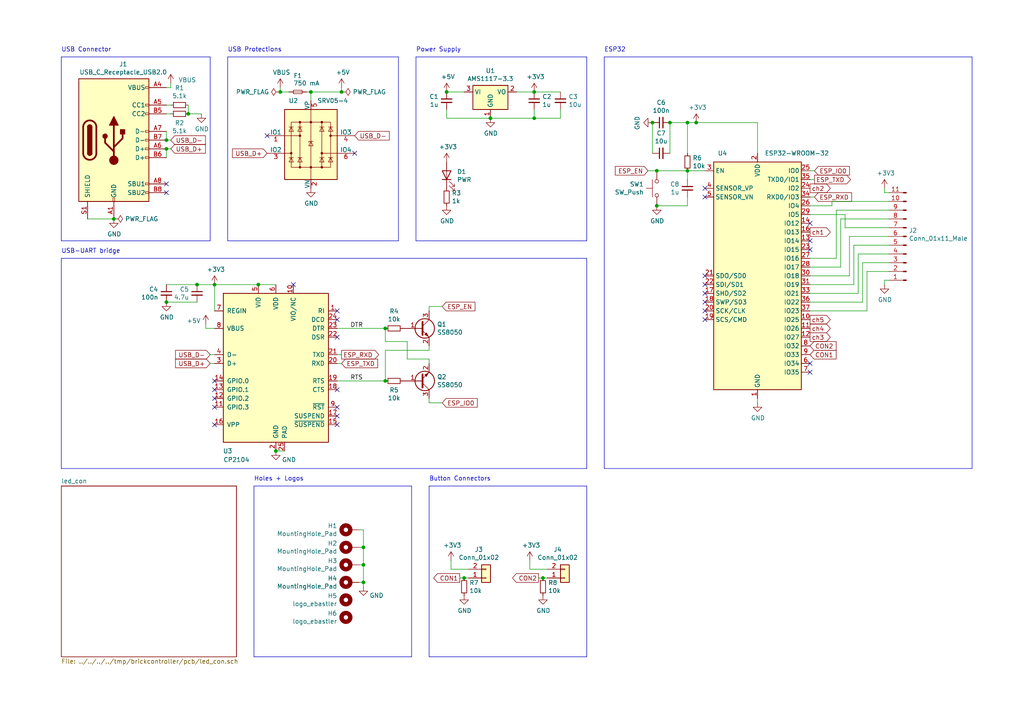
<source format=kicad_sch>
(kicad_sch (version 20230121) (generator eeschema)
  (paper "A4")
  (lib_symbols
    (symbol "Connector:USB_C_Receptacle_USB2.0" (pin_names (offset 1.016))
      (property "Reference" "J" (at -10.16 19.05 0))
      (property "Value" "USB_C_Receptacle_USB2.0" (at 19.05 19.05 0))
      (symbol "USB_C_Receptacle_USB2.0_0_0"
        (rectangle (start -0.254 -17.78) (end 0.254 -16.764))
        (rectangle (start 10.16 -14.986) (end 9.144 -15.494))
        (rectangle (start 10.16 -12.446) (end 9.144 -12.954))
        (rectangle (start 10.16 -4.826) (end 9.144 -5.334))
        (rectangle (start 10.16 -2.286) (end 9.144 -2.794))
        (rectangle (start 10.16 0.254) (end 9.144 -0.254))
        (rectangle (start 10.16 2.794) (end 9.144 2.286))
        (rectangle (start 10.16 7.874) (end 9.144 7.366))
        (rectangle (start 10.16 10.414) (end 9.144 9.906))
        (rectangle (start 10.16 15.494) (end 9.144 14.986))
      )
      (symbol "USB_C_Receptacle_USB2.0_0_1"
        (rectangle (start -10.16 17.78) (end 10.16 -17.78) (stroke (width 0.254)) (fill (type background)))
        (arc (start -8.89 -3.81) (mid -6.985 -5.7067) (end -5.08 -3.81) (stroke (width 0.508)))
        (arc (start -7.62 -3.81) (mid -6.985 -4.4423) (end -6.35 -3.81) (stroke (width 0.254)))
        (arc (start -7.62 -3.81) (mid -6.985 -4.4423) (end -6.35 -3.81) (stroke (width 0.254)) (fill (type outline)))
        (rectangle (start -7.62 -3.81) (end -6.35 3.81) (stroke (width 0.254)) (fill (type outline)))
        (arc (start -6.35 3.81) (mid -6.985 4.4423) (end -7.62 3.81) (stroke (width 0.254)))
        (arc (start -6.35 3.81) (mid -6.985 4.4423) (end -7.62 3.81) (stroke (width 0.254)) (fill (type outline)))
        (arc (start -5.08 3.81) (mid -6.985 5.7067) (end -8.89 3.81) (stroke (width 0.508)))
        (circle (center -2.54 1.143) (radius 0.635) (stroke (width 0.254)) (fill (type outline)))
        (circle (center 0 -5.842) (radius 1.27) (fill (type outline)))
        (polyline (pts (xy -8.89 -3.81) (xy -8.89 3.81)) (stroke (width 0.508)))
        (polyline (pts (xy -5.08 3.81) (xy -5.08 -3.81)) (stroke (width 0.508)))
        (polyline (pts (xy 0 -5.842) (xy 0 4.318)) (stroke (width 0.508)))
        (polyline (pts (xy 0 -3.302) (xy -2.54 -0.762) (xy -2.54 0.508)) (stroke (width 0.508)))
        (polyline (pts (xy 0 -2.032) (xy 2.54 0.508) (xy 2.54 1.778)) (stroke (width 0.508)))
        (polyline (pts (xy -1.27 4.318) (xy 0 6.858) (xy 1.27 4.318) (xy -1.27 4.318)) (stroke (width 0.254)) (fill (type outline)))
        (rectangle (start 1.905 1.778) (end 3.175 3.048) (stroke (width 0.254)) (fill (type outline)))
      )
      (symbol "USB_C_Receptacle_USB2.0_1_1"
        (pin passive line (at 0 -22.86 90) (length 5.08) (name "GND") (number "A1"))
        (pin passive line (at 0 -22.86 90) (length 5.08) hide (name "GND") (number "A12"))
        (pin passive line (at 15.24 15.24 180) (length 5.08) (name "VBUS") (number "A4"))
        (pin bidirectional line (at 15.24 10.16 180) (length 5.08) (name "CC1") (number "A5"))
        (pin bidirectional line (at 15.24 -2.54 180) (length 5.08) (name "D+") (number "A6"))
        (pin bidirectional line (at 15.24 2.54 180) (length 5.08) (name "D-") (number "A7"))
        (pin bidirectional line (at 15.24 -12.7 180) (length 5.08) (name "SBU1") (number "A8"))
        (pin passive line (at 15.24 15.24 180) (length 5.08) hide (name "VBUS") (number "A9"))
        (pin passive line (at 0 -22.86 90) (length 5.08) hide (name "GND") (number "B1"))
        (pin passive line (at 0 -22.86 90) (length 5.08) hide (name "GND") (number "B12"))
        (pin passive line (at 15.24 15.24 180) (length 5.08) hide (name "VBUS") (number "B4"))
        (pin bidirectional line (at 15.24 7.62 180) (length 5.08) (name "CC2") (number "B5"))
        (pin bidirectional line (at 15.24 -5.08 180) (length 5.08) (name "D+") (number "B6"))
        (pin bidirectional line (at 15.24 0 180) (length 5.08) (name "D-") (number "B7"))
        (pin bidirectional line (at 15.24 -15.24 180) (length 5.08) (name "SBU2") (number "B8"))
        (pin passive line (at 15.24 15.24 180) (length 5.08) hide (name "VBUS") (number "B9"))
        (pin passive line (at -7.62 -22.86 90) (length 5.08) (name "SHIELD") (number "S1"))
      )
    )
    (symbol "Connector_Generic:Conn_01x02" (pin_names (offset 1.016) hide)
      (property "Reference" "J" (at 0 2.54 0))
      (property "Value" "Conn_01x02" (at 0 -5.08 0))
      (symbol "Conn_01x02_1_1"
        (rectangle (start -1.27 -2.413) (end 0 -2.667) (stroke (width 0.1524)))
        (rectangle (start -1.27 0.127) (end 0 -0.127) (stroke (width 0.1524)))
        (rectangle (start -1.27 1.27) (end 1.27 -3.81) (stroke (width 0.254)) (fill (type background)))
        (pin passive line (at -5.08 0 0) (length 3.81) (name "Pin_1") (number "1"))
        (pin passive line (at -5.08 -2.54 0) (length 3.81) (name "Pin_2") (number "2"))
      )
    )
    (symbol "Device:C_Small" (pin_numbers hide) (pin_names (offset 0.254) hide)
      (property "Reference" "C" (at 0.254 1.778 0))
      (property "Value" "C_Small" (at 0.254 -2.032 0))
      (symbol "C_Small_0_1"
        (polyline (pts (xy -1.524 -0.508) (xy 1.524 -0.508)) (stroke (width 0.3302)))
        (polyline (pts (xy -1.524 0.508) (xy 1.524 0.508)) (stroke (width 0.3048)))
      )
      (symbol "C_Small_1_1"
        (pin passive line (at 0 2.54 270) (length 2.032) (name "~") (number "1"))
        (pin passive line (at 0 -2.54 90) (length 2.032) (name "~") (number "2"))
      )
    )
    (symbol "Device:Fuse_Small" (pin_numbers hide) (pin_names (offset 0.254) hide)
      (property "Reference" "F" (at 0 -1.524 0))
      (property "Value" "Fuse_Small" (at 0 1.524 0))
      (symbol "Fuse_Small_0_1"
        (rectangle (start -1.27 0.508) (end 1.27 -0.508))
        (polyline (pts (xy -1.27 0) (xy 1.27 0)))
      )
      (symbol "Fuse_Small_1_1"
        (pin passive line (at -2.54 0 0) (length 1.27) (name "~") (number "1"))
        (pin passive line (at 2.54 0 180) (length 1.27) (name "~") (number "2"))
      )
    )
    (symbol "Device:LED" (pin_numbers hide) (pin_names (offset 1.016) hide)
      (property "Reference" "D" (at 0 2.54 0))
      (property "Value" "LED" (at 0 -2.54 0))
      (symbol "LED_0_1"
        (polyline (pts (xy -1.27 -1.27) (xy -1.27 1.27)) (stroke (width 0.254)))
        (polyline (pts (xy -1.27 0) (xy 1.27 0)))
        (polyline (pts (xy 1.27 -1.27) (xy 1.27 1.27) (xy -1.27 0) (xy 1.27 -1.27)) (stroke (width 0.254)))
        (polyline (pts (xy -3.048 -0.762) (xy -4.572 -2.286) (xy -3.81 -2.286) (xy -4.572 -2.286) (xy -4.572 -1.524)))
        (polyline (pts (xy -1.778 -0.762) (xy -3.302 -2.286) (xy -2.54 -2.286) (xy -3.302 -2.286) (xy -3.302 -1.524)))
      )
      (symbol "LED_1_1"
        (pin passive line (at -3.81 0 0) (length 2.54) (name "K") (number "1"))
        (pin passive line (at 3.81 0 180) (length 2.54) (name "A") (number "2"))
      )
    )
    (symbol "Device:Q_NPN_BEC" (pin_names (offset 0) hide)
      (property "Reference" "Q" (at 5.08 1.27 0))
      (property "Value" "Q_NPN_BEC" (at 5.08 -1.27 0))
      (symbol "Q_NPN_BEC_0_1"
        (polyline (pts (xy 0.635 0.635) (xy 2.54 2.54)))
        (polyline (pts (xy 0.635 -0.635) (xy 2.54 -2.54) (xy 2.54 -2.54)))
        (polyline (pts (xy 0.635 1.905) (xy 0.635 -1.905) (xy 0.635 -1.905)) (stroke (width 0.508)))
        (polyline (pts (xy 1.27 -1.778) (xy 1.778 -1.27) (xy 2.286 -2.286) (xy 1.27 -1.778) (xy 1.27 -1.778)) (fill (type outline)))
        (circle (center 1.27 0) (radius 2.8194) (stroke (width 0.254)))
      )
      (symbol "Q_NPN_BEC_1_1"
        (pin input line (at -5.08 0 0) (length 5.715) (name "B") (number "1"))
        (pin passive line (at 2.54 -5.08 90) (length 2.54) (name "E") (number "2"))
        (pin passive line (at 2.54 5.08 270) (length 2.54) (name "C") (number "3"))
      )
    )
    (symbol "Device:R_Small" (pin_numbers hide) (pin_names (offset 0.254) hide)
      (property "Reference" "R" (at 0.762 0.508 0))
      (property "Value" "R_Small" (at 0.762 -1.016 0))
      (symbol "R_Small_0_1"
        (rectangle (start -0.762 1.778) (end 0.762 -1.778) (stroke (width 0.2032)))
      )
      (symbol "R_Small_1_1"
        (pin passive line (at 0 2.54 270) (length 0.762) (name "~") (number "1"))
        (pin passive line (at 0 -2.54 90) (length 0.762) (name "~") (number "2"))
      )
    )
    (symbol "Mechanical:MountingHole" (pin_names (offset 1.016))
      (property "Reference" "H" (at 0 5.08 0))
      (property "Value" "MountingHole" (at 0 3.175 0))
      (symbol "MountingHole_0_1"
        (circle (center 0 0) (radius 1.27) (stroke (width 1.27)))
      )
    )
    (symbol "Mechanical:MountingHole_Pad" (pin_numbers hide) (pin_names (offset 1.016) hide)
      (property "Reference" "H" (at 0 6.35 0))
      (property "Value" "MountingHole_Pad" (at 0 4.445 0))
      (symbol "MountingHole_Pad_0_1"
        (circle (center 0 1.27) (radius 1.27) (stroke (width 1.27)))
      )
      (symbol "MountingHole_Pad_1_1"
        (pin input line (at 0 -2.54 90) (length 2.54) (name "1") (number "1"))
      )
    )
    (symbol "Power_Protection:SRV05-4" (pin_names (offset 0))
      (property "Reference" "U" (at -5.08 11.43 0))
      (property "Value" "SRV05-4" (at 2.54 11.43 0))
      (symbol "SRV05-4_0_0"
        (rectangle (start -5.715 6.477) (end 5.715 -6.604))
        (polyline (pts (xy -3.175 -6.604) (xy -3.175 6.477)))
        (polyline (pts (xy 3.175 6.477) (xy 3.175 -6.604)))
      )
      (symbol "SRV05-4_0_1"
        (rectangle (start -7.62 10.16) (end 7.62 -10.16) (stroke (width 0.254)) (fill (type background)))
        (circle (center -5.715 -2.54) (radius 0.2794) (fill (type outline)))
        (circle (center -3.175 -6.604) (radius 0.2794) (fill (type outline)))
        (circle (center -3.175 2.54) (radius 0.2794) (fill (type outline)))
        (circle (center -3.175 6.477) (radius 0.2794) (fill (type outline)))
        (circle (center 0 -6.604) (radius 0.2794) (fill (type outline)))
        (polyline (pts (xy -7.747 2.54) (xy -3.175 2.54)))
        (polyline (pts (xy -7.62 -2.54) (xy -5.715 -2.54)))
        (polyline (pts (xy -5.08 -3.81) (xy -6.35 -3.81)))
        (polyline (pts (xy -5.08 5.08) (xy -6.35 5.08)))
        (polyline (pts (xy -2.54 -3.81) (xy -3.81 -3.81)))
        (polyline (pts (xy -2.54 5.08) (xy -3.81 5.08)))
        (polyline (pts (xy 0 10.16) (xy 0 -10.16)))
        (polyline (pts (xy 3.81 -3.81) (xy 2.54 -3.81)))
        (polyline (pts (xy 3.81 5.08) (xy 2.54 5.08)))
        (polyline (pts (xy 6.35 -3.81) (xy 5.08 -3.81)))
        (polyline (pts (xy 6.35 5.08) (xy 5.08 5.08)))
        (polyline (pts (xy 7.62 -2.54) (xy 3.175 -2.54)))
        (polyline (pts (xy 7.62 2.54) (xy 5.715 2.54)))
        (polyline (pts (xy 0.635 0.889) (xy -0.635 0.889) (xy -0.635 0.635)))
        (polyline (pts (xy -5.08 -5.08) (xy -6.35 -5.08) (xy -5.715 -3.81) (xy -5.08 -5.08)))
        (polyline (pts (xy -5.08 3.81) (xy -6.35 3.81) (xy -5.715 5.08) (xy -5.08 3.81)))
        (polyline (pts (xy -2.54 -5.08) (xy -3.81 -5.08) (xy -3.175 -3.81) (xy -2.54 -5.08)))
        (polyline (pts (xy -2.54 3.81) (xy -3.81 3.81) (xy -3.175 5.08) (xy -2.54 3.81)))
        (polyline (pts (xy 0.635 -0.381) (xy -0.635 -0.381) (xy 0 0.889) (xy 0.635 -0.381)))
        (polyline (pts (xy 3.81 -5.08) (xy 2.54 -5.08) (xy 3.175 -3.81) (xy 3.81 -5.08)))
        (polyline (pts (xy 3.81 3.81) (xy 2.54 3.81) (xy 3.175 5.08) (xy 3.81 3.81)))
        (polyline (pts (xy 6.35 -5.08) (xy 5.08 -5.08) (xy 5.715 -3.81) (xy 6.35 -5.08)))
        (polyline (pts (xy 6.35 3.81) (xy 5.08 3.81) (xy 5.715 5.08) (xy 6.35 3.81)))
        (circle (center 0 6.477) (radius 0.2794) (fill (type outline)))
        (circle (center 3.175 -6.604) (radius 0.2794) (fill (type outline)))
        (circle (center 3.175 -2.54) (radius 0.2794) (fill (type outline)))
        (circle (center 3.175 6.477) (radius 0.2794) (fill (type outline)))
        (circle (center 5.715 2.54) (radius 0.2794) (fill (type outline)))
      )
      (symbol "SRV05-4_1_1"
        (pin passive line (at -12.7 2.54 0) (length 5.08) (name "IO1") (number "1"))
        (pin passive line (at 0 -12.7 90) (length 2.54) (name "VN") (number "2"))
        (pin passive line (at -12.7 -2.54 0) (length 5.08) (name "IO2") (number "3"))
        (pin passive line (at 12.7 2.54 180) (length 5.08) (name "IO3") (number "4"))
        (pin passive line (at 0 12.7 270) (length 2.54) (name "VP") (number "5"))
        (pin passive line (at 12.7 -2.54 180) (length 5.08) (name "IO4") (number "6"))
      )
    )
    (symbol "RF_Module:ESP32-WROOM-32"
      (property "Reference" "U" (at -12.7 34.29 0))
      (property "Value" "ESP32-WROOM-32" (at 1.27 34.29 0))
      (symbol "ESP32-WROOM-32_0_1"
        (rectangle (start -12.7 33.02) (end 12.7 -33.02) (stroke (width 0.254)) (fill (type background)))
      )
      (symbol "ESP32-WROOM-32_1_1"
        (pin power_in line (at 0 -35.56 90) (length 2.54) (name "GND") (number "1"))
        (pin bidirectional line (at 15.24 -12.7 180) (length 2.54) (name "IO25") (number "10"))
        (pin bidirectional line (at 15.24 -15.24 180) (length 2.54) (name "IO26") (number "11"))
        (pin bidirectional line (at 15.24 -17.78 180) (length 2.54) (name "IO27") (number "12"))
        (pin bidirectional line (at 15.24 10.16 180) (length 2.54) (name "IO14") (number "13"))
        (pin bidirectional line (at 15.24 15.24 180) (length 2.54) (name "IO12") (number "14"))
        (pin passive line (at 0 -35.56 90) (length 2.54) hide (name "GND") (number "15"))
        (pin bidirectional line (at 15.24 12.7 180) (length 2.54) (name "IO13") (number "16"))
        (pin bidirectional line (at -15.24 -5.08 0) (length 2.54) (name "SHD/SD2") (number "17"))
        (pin bidirectional line (at -15.24 -7.62 0) (length 2.54) (name "SWP/SD3") (number "18"))
        (pin bidirectional line (at -15.24 -12.7 0) (length 2.54) (name "SCS/CMD") (number "19"))
        (pin power_in line (at 0 35.56 270) (length 2.54) (name "VDD") (number "2"))
        (pin bidirectional line (at -15.24 -10.16 0) (length 2.54) (name "SCK/CLK") (number "20"))
        (pin bidirectional line (at -15.24 0 0) (length 2.54) (name "SDO/SD0") (number "21"))
        (pin bidirectional line (at -15.24 -2.54 0) (length 2.54) (name "SDI/SD1") (number "22"))
        (pin bidirectional line (at 15.24 7.62 180) (length 2.54) (name "IO15") (number "23"))
        (pin bidirectional line (at 15.24 25.4 180) (length 2.54) (name "IO2") (number "24"))
        (pin bidirectional line (at 15.24 30.48 180) (length 2.54) (name "IO0") (number "25"))
        (pin bidirectional line (at 15.24 20.32 180) (length 2.54) (name "IO4") (number "26"))
        (pin bidirectional line (at 15.24 5.08 180) (length 2.54) (name "IO16") (number "27"))
        (pin bidirectional line (at 15.24 2.54 180) (length 2.54) (name "IO17") (number "28"))
        (pin bidirectional line (at 15.24 17.78 180) (length 2.54) (name "IO5") (number "29"))
        (pin input line (at -15.24 30.48 0) (length 2.54) (name "EN") (number "3"))
        (pin bidirectional line (at 15.24 0 180) (length 2.54) (name "IO18") (number "30"))
        (pin bidirectional line (at 15.24 -2.54 180) (length 2.54) (name "IO19") (number "31"))
        (pin no_connect line (at -12.7 -27.94 0) (length 2.54) hide (name "NC") (number "32"))
        (pin bidirectional line (at 15.24 -5.08 180) (length 2.54) (name "IO21") (number "33"))
        (pin bidirectional line (at 15.24 22.86 180) (length 2.54) (name "RXD0/IO3") (number "34"))
        (pin bidirectional line (at 15.24 27.94 180) (length 2.54) (name "TXD0/IO1") (number "35"))
        (pin bidirectional line (at 15.24 -7.62 180) (length 2.54) (name "IO22") (number "36"))
        (pin bidirectional line (at 15.24 -10.16 180) (length 2.54) (name "IO23") (number "37"))
        (pin passive line (at 0 -35.56 90) (length 2.54) hide (name "GND") (number "38"))
        (pin passive line (at 0 -35.56 90) (length 2.54) hide (name "GND") (number "39"))
        (pin input line (at -15.24 25.4 0) (length 2.54) (name "SENSOR_VP") (number "4"))
        (pin input line (at -15.24 22.86 0) (length 2.54) (name "SENSOR_VN") (number "5"))
        (pin input line (at 15.24 -25.4 180) (length 2.54) (name "IO34") (number "6"))
        (pin input line (at 15.24 -27.94 180) (length 2.54) (name "IO35") (number "7"))
        (pin bidirectional line (at 15.24 -20.32 180) (length 2.54) (name "IO32") (number "8"))
        (pin bidirectional line (at 15.24 -22.86 180) (length 2.54) (name "IO33") (number "9"))
      )
    )
    (symbol "Regulator_Linear:AMS1117-3.3"
      (property "Reference" "U" (at -3.81 3.175 0))
      (property "Value" "AMS1117-3.3" (at 0 3.175 0))
      (symbol "AMS1117-3.3_0_1"
        (rectangle (start -5.08 -5.08) (end 5.08 1.905) (stroke (width 0.254)) (fill (type background)))
      )
      (symbol "AMS1117-3.3_1_1"
        (pin power_in line (at 0 -7.62 90) (length 2.54) (name "GND") (number "1"))
        (pin power_out line (at 7.62 0 180) (length 2.54) (name "VO") (number "2"))
        (pin power_in line (at -7.62 0 0) (length 2.54) (name "VI") (number "3"))
      )
    )
    (symbol "Switch:SW_Push" (pin_numbers hide) (pin_names (offset 1.016) hide)
      (property "Reference" "SW" (at 1.27 2.54 0))
      (property "Value" "SW_Push" (at 0 -1.524 0))
      (symbol "SW_Push_0_1"
        (circle (center -2.032 0) (radius 0.508))
        (polyline (pts (xy 0 1.27) (xy 0 3.048)))
        (polyline (pts (xy 2.54 1.27) (xy -2.54 1.27)))
        (circle (center 2.032 0) (radius 0.508))
        (pin passive line (at -5.08 0 0) (length 2.54) (name "1") (number "1"))
        (pin passive line (at 5.08 0 180) (length 2.54) (name "2") (number "2"))
      )
    )
    (symbol "brickcontroller-rescue:+3.3V-power" (power) (pin_names (offset 0))
      (property "Value" "+3.3V-power" (at 0 3.556 0))
      (symbol "+3.3V-power_0_1"
        (polyline (pts (xy -0.762 1.27) (xy 0 2.54)))
        (polyline (pts (xy 0 0) (xy 0 2.54)))
        (polyline (pts (xy 0 2.54) (xy 0.762 1.27)))
      )
      (symbol "+3.3V-power_1_1"
        (pin power_in line (at 0 0 90) (length 0) hide (name "+3V3") (number "1"))
      )
    )
    (symbol "brickcontroller-rescue:CP2104-Interface_USB" (pin_names (offset 1.016))
      (property "Reference" "U" (at -7.62 23.495 0))
      (property "Value" "Interface_USB_CP2104" (at -7.62 21.59 0))
      (symbol "CP2104-Interface_USB_0_1"
        (rectangle (start -15.24 20.32) (end 15.24 -22.86) (stroke (width 0.254)) (fill (type background)))
      )
      (symbol "CP2104-Interface_USB_1_1"
        (pin input line (at 17.78 15.24 180) (length 2.54) (name "RI") (number "1"))
        (pin power_out line (at 5.08 22.86 270) (length 2.54) (name "VIO/NC") (number "10"))
        (pin bidirectional line (at -17.78 -12.7 0) (length 2.54) (name "GPIO.3") (number "11"))
        (pin bidirectional line (at -17.78 -10.16 0) (length 2.54) (name "GPIO.2") (number "12"))
        (pin bidirectional line (at -17.78 -7.62 0) (length 2.54) (name "GPIO.1") (number "13"))
        (pin bidirectional line (at -17.78 -5.08 0) (length 2.54) (name "GPIO.0") (number "14"))
        (pin output line (at 17.78 -17.78 180) (length 2.54) (name "~{SUSPEND}") (number "15"))
        (pin passive line (at -17.78 -17.78 0) (length 2.54) (name "VPP") (number "16"))
        (pin output line (at 17.78 -15.24 180) (length 2.54) (name "SUSPEND") (number "17"))
        (pin input line (at 17.78 -7.62 180) (length 2.54) (name "CTS") (number "18"))
        (pin output line (at 17.78 -5.08 180) (length 2.54) (name "RTS") (number "19"))
        (pin power_in line (at 0 -25.4 90) (length 2.54) (name "GND") (number "2"))
        (pin input line (at 17.78 0 180) (length 2.54) (name "RXD") (number "20"))
        (pin output line (at 17.78 2.54 180) (length 2.54) (name "TXD") (number "21"))
        (pin input line (at 17.78 7.62 180) (length 2.54) (name "DSR") (number "22"))
        (pin output line (at 17.78 10.16 180) (length 2.54) (name "DTR") (number "23"))
        (pin input line (at 17.78 12.7 180) (length 2.54) (name "DCD") (number "24"))
        (pin power_in line (at 2.54 -25.4 90) (length 2.54) (name "PAD") (number "25"))
        (pin bidirectional line (at -17.78 0 0) (length 2.54) (name "D+") (number "3"))
        (pin bidirectional line (at -17.78 2.54 0) (length 2.54) (name "D-") (number "4"))
        (pin power_in line (at -5.08 22.86 270) (length 2.54) (name "VIO") (number "5"))
        (pin power_in line (at 0 22.86 270) (length 2.54) (name "VDD") (number "6"))
        (pin power_in line (at -17.78 15.24 0) (length 2.54) (name "REGIN") (number "7"))
        (pin input line (at -17.78 10.16 0) (length 2.54) (name "VBUS") (number "8"))
        (pin bidirectional line (at 17.78 -12.7 180) (length 2.54) (name "~{RST}") (number "9"))
      )
    )
    (symbol "brickcontroller-rescue:Conn_01x11_Male-Connector" (pin_names (offset 1.016) hide)
      (property "Reference" "J" (at 0 15.24 0))
      (property "Value" "Connector_Conn_01x11_Male" (at 0 -15.24 0))
      (symbol "Conn_01x11_Male-Connector_1_1"
        (polyline (pts (xy 1.27 -12.7) (xy 0.8636 -12.7)) (stroke (width 0.1524)))
        (polyline (pts (xy 1.27 -10.16) (xy 0.8636 -10.16)) (stroke (width 0.1524)))
        (polyline (pts (xy 1.27 -7.62) (xy 0.8636 -7.62)) (stroke (width 0.1524)))
        (polyline (pts (xy 1.27 -5.08) (xy 0.8636 -5.08)) (stroke (width 0.1524)))
        (polyline (pts (xy 1.27 -2.54) (xy 0.8636 -2.54)) (stroke (width 0.1524)))
        (polyline (pts (xy 1.27 0) (xy 0.8636 0)) (stroke (width 0.1524)))
        (polyline (pts (xy 1.27 2.54) (xy 0.8636 2.54)) (stroke (width 0.1524)))
        (polyline (pts (xy 1.27 5.08) (xy 0.8636 5.08)) (stroke (width 0.1524)))
        (polyline (pts (xy 1.27 7.62) (xy 0.8636 7.62)) (stroke (width 0.1524)))
        (polyline (pts (xy 1.27 10.16) (xy 0.8636 10.16)) (stroke (width 0.1524)))
        (polyline (pts (xy 1.27 12.7) (xy 0.8636 12.7)) (stroke (width 0.1524)))
        (rectangle (start 0.8636 -12.573) (end 0 -12.827) (stroke (width 0.1524)) (fill (type outline)))
        (rectangle (start 0.8636 -10.033) (end 0 -10.287) (stroke (width 0.1524)) (fill (type outline)))
        (rectangle (start 0.8636 -7.493) (end 0 -7.747) (stroke (width 0.1524)) (fill (type outline)))
        (rectangle (start 0.8636 -4.953) (end 0 -5.207) (stroke (width 0.1524)) (fill (type outline)))
        (rectangle (start 0.8636 -2.413) (end 0 -2.667) (stroke (width 0.1524)) (fill (type outline)))
        (rectangle (start 0.8636 0.127) (end 0 -0.127) (stroke (width 0.1524)) (fill (type outline)))
        (rectangle (start 0.8636 2.667) (end 0 2.413) (stroke (width 0.1524)) (fill (type outline)))
        (rectangle (start 0.8636 5.207) (end 0 4.953) (stroke (width 0.1524)) (fill (type outline)))
        (rectangle (start 0.8636 7.747) (end 0 7.493) (stroke (width 0.1524)) (fill (type outline)))
        (rectangle (start 0.8636 10.287) (end 0 10.033) (stroke (width 0.1524)) (fill (type outline)))
        (rectangle (start 0.8636 12.827) (end 0 12.573) (stroke (width 0.1524)) (fill (type outline)))
        (pin passive line (at 5.08 12.7 180) (length 3.81) (name "Pin_1") (number "1"))
        (pin passive line (at 5.08 -10.16 180) (length 3.81) (name "Pin_10") (number "10"))
        (pin passive line (at 5.08 -12.7 180) (length 3.81) (name "Pin_11") (number "11"))
        (pin passive line (at 5.08 10.16 180) (length 3.81) (name "Pin_2") (number "2"))
        (pin passive line (at 5.08 7.62 180) (length 3.81) (name "Pin_3") (number "3"))
        (pin passive line (at 5.08 5.08 180) (length 3.81) (name "Pin_4") (number "4"))
        (pin passive line (at 5.08 2.54 180) (length 3.81) (name "Pin_5") (number "5"))
        (pin passive line (at 5.08 0 180) (length 3.81) (name "Pin_6") (number "6"))
        (pin passive line (at 5.08 -2.54 180) (length 3.81) (name "Pin_7") (number "7"))
        (pin passive line (at 5.08 -5.08 180) (length 3.81) (name "Pin_8") (number "8"))
        (pin passive line (at 5.08 -7.62 180) (length 3.81) (name "Pin_9") (number "9"))
      )
    )
    (symbol "power:+5V" (power) (pin_names (offset 0))
      (property "Value" "+5V" (at 0 3.556 0))
      (symbol "+5V_0_1"
        (polyline (pts (xy -0.762 1.27) (xy 0 2.54)))
        (polyline (pts (xy 0 0) (xy 0 2.54)))
        (polyline (pts (xy 0 2.54) (xy 0.762 1.27)))
      )
      (symbol "+5V_1_1"
        (pin power_in line (at 0 0 90) (length 0) hide (name "+5V") (number "1"))
      )
    )
    (symbol "power:GND" (power) (pin_names (offset 0))
      (property "Value" "GND" (at 0 -3.81 0))
      (symbol "GND_0_1"
        (polyline (pts (xy 0 0) (xy 0 -1.27) (xy 1.27 -1.27) (xy 0 -2.54) (xy -1.27 -1.27) (xy 0 -1.27)))
      )
      (symbol "GND_1_1"
        (pin power_in line (at 0 0 270) (length 0) hide (name "GND") (number "1"))
      )
    )
    (symbol "power:PWR_FLAG" (power) (pin_numbers hide) (pin_names (offset 0) hide)
      (property "Value" "PWR_FLAG" (at 0 3.81 0))
      (symbol "PWR_FLAG_0_0"
        (pin power_out line (at 0 0 90) (length 0) (name "pwr") (number "1"))
      )
      (symbol "PWR_FLAG_0_1"
        (polyline (pts (xy 0 0) (xy 0 1.27) (xy -1.016 1.905) (xy 0 2.54) (xy 1.016 1.905) (xy 0 1.27)))
      )
    )
    (symbol "power:VBUS" (power) (pin_names (offset 0))
      (property "Value" "VBUS" (at 0 3.81 0))
      (symbol "VBUS_0_1"
        (polyline (pts (xy -0.762 1.27) (xy 0 2.54)))
        (polyline (pts (xy 0 0) (xy 0 2.54)))
        (polyline (pts (xy 0 2.54) (xy 0.762 1.27)))
      )
      (symbol "VBUS_1_1"
        (pin power_in line (at 0 0 90) (length 0) hide (name "VBUS") (number "1"))
      )
    )
  )
  (junction (at 105.41 158.75))
  (junction (at 154.94 26.67))
  (junction (at 199.39 35.56))
  (junction (at 194.31 35.56))
  (junction (at 99.06 26.67))
  (junction (at 154.94 34.29))
  (junction (at 48.26 87.63))
  (junction (at 54.61 33.02))
  (junction (at 48.26 43.18))
  (junction (at 199.39 49.53))
  (junction (at 105.41 163.83))
  (junction (at 142.24 34.29))
  (junction (at 90.17 26.67))
  (junction (at 105.41 168.91))
  (junction (at 62.23 82.55))
  (junction (at 134.62 167.64))
  (junction (at 189.23 35.56))
  (junction (at 48.26 40.64))
  (junction (at 157.48 167.64))
  (junction (at 74.93 82.55))
  (junction (at 190.5 49.53))
  (junction (at 33.02 63.5))
  (junction (at 111.76 95.25))
  (junction (at 190.5 59.69))
  (junction (at 81.28 26.67))
  (junction (at 129.54 26.67))
  (junction (at 111.76 110.49))
  (junction (at 80.01 130.81))
  (junction (at 201.93 35.56))
  (junction (at 57.15 82.55))
  (no_connect (at 97.79 113.03))
  (no_connect (at 85.09 82.55))
  (no_connect (at 204.47 80.01))
  (no_connect (at 234.95 105.41))
  (no_connect (at 234.95 107.95))
  (no_connect (at 97.79 123.19))
  (no_connect (at 97.79 92.71))
  (no_connect (at 204.47 57.15))
  (no_connect (at 234.95 64.77))
  (no_connect (at 234.95 72.39))
  (no_connect (at 62.23 115.57))
  (no_connect (at 102.87 44.45))
  (no_connect (at 204.47 85.09))
  (no_connect (at 204.47 90.17))
  (no_connect (at 62.23 113.03))
  (no_connect (at 234.95 69.85))
  (no_connect (at 62.23 118.11))
  (no_connect (at 97.79 90.17))
  (no_connect (at 204.47 87.63))
  (no_connect (at 97.79 97.79))
  (no_connect (at 97.79 118.11))
  (no_connect (at 62.23 110.49))
  (no_connect (at 204.47 54.61))
  (no_connect (at 204.47 82.55))
  (no_connect (at 97.79 120.65))
  (no_connect (at 48.26 53.34))
  (no_connect (at 62.23 123.19))
  (no_connect (at 204.47 92.71))
  (no_connect (at 48.26 55.88))
  (no_connect (at 77.47 39.37))
  (wire (pts (xy 99.06 102.87) (xy 97.79 102.87)))
  (wire (pts (xy 234.95 85.09) (xy 248.92 85.09)))
  (wire (pts (xy 62.23 82.55) (xy 74.93 82.55)))
  (wire (pts (xy 234.95 74.93) (xy 242.57 74.93)))
  (wire (pts (xy 242.57 60.96) (xy 242.57 74.93)))
  (polyline (pts (xy 175.26 16.51) (xy 175.26 135.89)))
  (wire (pts (xy 236.22 57.15) (xy 234.95 57.15)))
  (polyline (pts (xy 170.18 140.97) (xy 170.18 190.5)))
  (polyline (pts (xy 66.04 16.51) (xy 115.57 16.51)))
  (wire (pts (xy 124.46 100.33) (xy 124.46 101.6)))
  (wire (pts (xy 124.46 90.17) (xy 124.46 88.9)))
  (wire (pts (xy 48.26 87.63) (xy 57.15 87.63)))
  (wire (pts (xy 104.14 158.75) (xy 105.41 158.75)))
  (wire (pts (xy 104.14 153.67) (xy 105.41 153.67)))
  (polyline (pts (xy 73.66 190.5) (xy 73.66 140.97)))
  (wire (pts (xy 201.93 35.56) (xy 199.39 35.56)))
  (polyline (pts (xy 119.38 140.97) (xy 119.38 190.5)))
  (wire (pts (xy 251.46 78.74) (xy 257.81 78.74)))
  (wire (pts (xy 199.39 59.69) (xy 190.5 59.69)))
  (wire (pts (xy 105.41 163.83) (xy 105.41 168.91)))
  (wire (pts (xy 105.41 168.91) (xy 104.14 168.91)))
  (polyline (pts (xy 17.78 135.89) (xy 170.18 135.89)))
  (wire (pts (xy 129.54 26.67) (xy 134.62 26.67)))
  (polyline (pts (xy 73.66 140.97) (xy 119.38 140.97)))
  (wire (pts (xy 49.53 43.18) (xy 48.26 43.18)))
  (wire (pts (xy 130.81 165.1) (xy 135.89 165.1)))
  (wire (pts (xy 49.53 25.4) (xy 48.26 25.4)))
  (wire (pts (xy 256.54 82.55) (xy 256.54 81.28)))
  (wire (pts (xy 199.39 57.15) (xy 199.39 59.69)))
  (wire (pts (xy 124.46 101.6) (xy 111.76 101.6)))
  (wire (pts (xy 241.3 58.42) (xy 257.81 58.42)))
  (wire (pts (xy 157.48 167.64) (xy 158.75 167.64)))
  (polyline (pts (xy 170.18 190.5) (xy 124.46 190.5)))
  (wire (pts (xy 62.23 105.41) (xy 60.96 105.41)))
  (wire (pts (xy 48.26 33.02) (xy 49.53 33.02)))
  (polyline (pts (xy 120.65 69.85) (xy 170.18 69.85)))
  (wire (pts (xy 133.35 167.64) (xy 134.62 167.64)))
  (wire (pts (xy 234.95 87.63) (xy 250.19 87.63)))
  (wire (pts (xy 234.95 82.55) (xy 247.65 82.55)))
  (wire (pts (xy 142.24 34.29) (xy 154.94 34.29)))
  (wire (pts (xy 246.38 80.01) (xy 246.38 68.58)))
  (wire (pts (xy 59.69 95.25) (xy 62.23 95.25)))
  (wire (pts (xy 243.84 63.5) (xy 257.81 63.5)))
  (wire (pts (xy 251.46 90.17) (xy 251.46 78.74)))
  (wire (pts (xy 250.19 76.2) (xy 257.81 76.2)))
  (polyline (pts (xy 17.78 16.51) (xy 17.78 69.85)))
  (wire (pts (xy 81.28 25.4) (xy 81.28 26.67)))
  (wire (pts (xy 245.11 62.23) (xy 245.11 66.04)))
  (wire (pts (xy 130.81 162.56) (xy 130.81 165.1)))
  (wire (pts (xy 104.14 163.83) (xy 105.41 163.83)))
  (wire (pts (xy 49.53 40.64) (xy 48.26 40.64)))
  (polyline (pts (xy 60.96 69.85) (xy 60.96 16.51)))
  (wire (pts (xy 246.38 68.58) (xy 257.81 68.58)))
  (wire (pts (xy 199.39 52.07) (xy 199.39 49.53)))
  (polyline (pts (xy 170.18 69.85) (xy 170.18 16.51)))
  (wire (pts (xy 128.27 116.84) (xy 124.46 116.84)))
  (wire (pts (xy 62.23 102.87) (xy 60.96 102.87)))
  (wire (pts (xy 129.54 34.29) (xy 142.24 34.29)))
  (wire (pts (xy 74.93 82.55) (xy 80.01 82.55)))
  (wire (pts (xy 189.23 44.45) (xy 189.23 35.56)))
  (polyline (pts (xy 120.65 16.51) (xy 120.65 69.85)))
  (wire (pts (xy 190.5 49.53) (xy 199.39 49.53)))
  (wire (pts (xy 118.11 99.06) (xy 111.76 99.06)))
  (wire (pts (xy 81.28 26.67) (xy 83.82 26.67)))
  (wire (pts (xy 243.84 63.5) (xy 243.84 77.47)))
  (wire (pts (xy 62.23 82.55) (xy 62.23 90.17)))
  (wire (pts (xy 248.92 73.66) (xy 257.81 73.66)))
  (wire (pts (xy 234.95 77.47) (xy 243.84 77.47)))
  (wire (pts (xy 90.17 26.67) (xy 88.9 26.67)))
  (wire (pts (xy 199.39 49.53) (xy 204.47 49.53)))
  (wire (pts (xy 105.41 153.67) (xy 105.41 158.75)))
  (wire (pts (xy 99.06 105.41) (xy 97.79 105.41)))
  (wire (pts (xy 242.57 60.96) (xy 257.81 60.96)))
  (wire (pts (xy 245.11 66.04) (xy 257.81 66.04)))
  (wire (pts (xy 187.96 49.53) (xy 190.5 49.53)))
  (wire (pts (xy 49.53 24.13) (xy 49.53 25.4)))
  (wire (pts (xy 236.22 52.07) (xy 234.95 52.07)))
  (polyline (pts (xy 281.94 16.51) (xy 281.94 135.89)))
  (polyline (pts (xy 66.04 16.51) (xy 66.04 69.85)))
  (wire (pts (xy 25.4 63.5) (xy 33.02 63.5)))
  (polyline (pts (xy 66.04 69.85) (xy 115.57 69.85)))
  (wire (pts (xy 219.71 116.84) (xy 219.71 115.57)))
  (wire (pts (xy 124.46 116.84) (xy 124.46 115.57)))
  (wire (pts (xy 256.54 55.88) (xy 256.54 54.61)))
  (wire (pts (xy 111.76 99.06) (xy 111.76 95.25)))
  (wire (pts (xy 199.39 44.45) (xy 199.39 35.56)))
  (wire (pts (xy 105.41 158.75) (xy 105.41 163.83)))
  (wire (pts (xy 97.79 110.49) (xy 111.76 110.49)))
  (wire (pts (xy 154.94 34.29) (xy 154.94 31.75)))
  (wire (pts (xy 48.26 82.55) (xy 57.15 82.55)))
  (wire (pts (xy 234.95 80.01) (xy 246.38 80.01)))
  (wire (pts (xy 219.71 35.56) (xy 201.93 35.56)))
  (wire (pts (xy 234.95 62.23) (xy 245.11 62.23)))
  (polyline (pts (xy 124.46 140.97) (xy 170.18 140.97)))
  (polyline (pts (xy 17.78 74.93) (xy 170.18 74.93)))
  (wire (pts (xy 48.26 43.18) (xy 48.26 45.72)))
  (wire (pts (xy 236.22 49.53) (xy 234.95 49.53)))
  (wire (pts (xy 247.65 71.12) (xy 257.81 71.12)))
  (wire (pts (xy 48.26 30.48) (xy 49.53 30.48)))
  (wire (pts (xy 105.41 170.18) (xy 105.41 168.91)))
  (wire (pts (xy 99.06 26.67) (xy 90.17 26.67)))
  (wire (pts (xy 54.61 33.02) (xy 54.61 30.48)))
  (wire (pts (xy 194.31 35.56) (xy 194.31 44.45)))
  (wire (pts (xy 247.65 82.55) (xy 247.65 71.12)))
  (wire (pts (xy 162.56 26.67) (xy 154.94 26.67)))
  (wire (pts (xy 124.46 104.14) (xy 118.11 104.14)))
  (wire (pts (xy 241.3 59.69) (xy 241.3 58.42)))
  (polyline (pts (xy 124.46 190.5) (xy 124.46 140.97)))
  (wire (pts (xy 111.76 101.6) (xy 111.76 110.49)))
  (polyline (pts (xy 119.38 190.5) (xy 73.66 190.5)))
  (wire (pts (xy 248.92 85.09) (xy 248.92 73.66)))
  (wire (pts (xy 219.71 44.45) (xy 219.71 35.56)))
  (polyline (pts (xy 115.57 69.85) (xy 115.57 16.51)))
  (wire (pts (xy 48.26 38.1) (xy 48.26 40.64)))
  (wire (pts (xy 250.19 87.63) (xy 250.19 76.2)))
  (wire (pts (xy 90.17 29.21) (xy 90.17 26.67)))
  (wire (pts (xy 199.39 35.56) (xy 194.31 35.56)))
  (polyline (pts (xy 120.65 16.51) (xy 170.18 16.51)))
  (wire (pts (xy 257.81 55.88) (xy 256.54 55.88)))
  (wire (pts (xy 162.56 31.75) (xy 162.56 34.29)))
  (wire (pts (xy 97.79 95.25) (xy 111.76 95.25)))
  (wire (pts (xy 234.95 59.69) (xy 241.3 59.69)))
  (wire (pts (xy 57.15 82.55) (xy 62.23 82.55)))
  (wire (pts (xy 124.46 105.41) (xy 124.46 104.14)))
  (polyline (pts (xy 170.18 74.93) (xy 170.18 135.89)))
  (polyline (pts (xy 175.26 16.51) (xy 281.94 16.51)))
  (wire (pts (xy 82.55 130.81) (xy 80.01 130.81)))
  (wire (pts (xy 162.56 34.29) (xy 154.94 34.29)))
  (wire (pts (xy 124.46 88.9) (xy 128.27 88.9)))
  (wire (pts (xy 129.54 31.75) (xy 129.54 34.29)))
  (wire (pts (xy 118.11 99.06) (xy 118.11 104.14)))
  (wire (pts (xy 234.95 90.17) (xy 251.46 90.17)))
  (polyline (pts (xy 17.78 135.89) (xy 17.78 74.93)))
  (wire (pts (xy 154.94 26.67) (xy 149.86 26.67)))
  (wire (pts (xy 153.67 165.1) (xy 158.75 165.1)))
  (wire (pts (xy 256.54 81.28) (xy 257.81 81.28)))
  (wire (pts (xy 99.06 25.4) (xy 99.06 26.67)))
  (wire (pts (xy 153.67 162.56) (xy 153.67 165.1)))
  (wire (pts (xy 156.21 167.64) (xy 157.48 167.64)))
  (wire (pts (xy 59.69 93.98) (xy 59.69 95.25)))
  (wire (pts (xy 58.42 33.02) (xy 54.61 33.02)))
  (polyline (pts (xy 60.96 16.51) (xy 17.78 16.51)))
  (wire (pts (xy 134.62 167.64) (xy 135.89 167.64)))
  (polyline (pts (xy 17.78 69.85) (xy 60.96 69.85)))
  (polyline (pts (xy 281.94 135.89) (xy 175.26 135.89)))
  (text "USB Connector" (at 17.78 15.24 0) (effects (font (size 1.27 1.27)) (justify left bottom)))
  (text "Power Supply" (at 120.65 15.24 0) (effects (font (size 1.27 1.27)) (justify left bottom)))
  (text "Button Connectors" (at 124.46 139.7 0) (effects (font (size 1.27 1.27)) (justify left bottom)))
  (text "USB Protections" (at 66.04 15.24 0) (effects (font (size 1.27 1.27)) (justify left bottom)))
  (text "USB-UART bridge" (at 17.78 73.66 0) (effects (font (size 1.27 1.27)) (justify left bottom)))
  (text "ESP32" (at 175.26 15.24 0) (effects (font (size 1.27 1.27)) (justify left bottom)))
  (text "Holes + Logos" (at 73.66 139.7 0) (effects (font (size 1.27 1.27)) (justify left bottom)))
  (label "RTS" (at 101.6 110.49 0))
  (label "DTR" (at 101.6 95.25 0))
  (global_label "ESP_RXD" (shape output) (at 99.06 102.87 0) (property "Intersheetrefs" "${INTERSHEET_REFS}" (effects hide)))
  (global_label "USB_D+" (shape input) (at 49.53 43.18 0) (property "Intersheetrefs" "${INTERSHEET_REFS}" (effects hide)))
  (global_label "USB_D+" (shape input) (at 77.47 44.45 180) (property "Intersheetrefs" "${INTERSHEET_REFS}" (effects hide)))
  (global_label "ESP_IO0" (shape input) (at 236.22 49.53 0) (property "Intersheetrefs" "${INTERSHEET_REFS}" (effects hide)))
  (global_label "ESP_TXD" (shape input) (at 99.06 105.41 0) (property "Intersheetrefs" "${INTERSHEET_REFS}" (effects hide)))
  (global_label "ch1" (shape output) (at 234.95 67.31 0) (property "Intersheetrefs" "${INTERSHEET_REFS}" (effects hide)))
  (global_label "ch5" (shape output) (at 234.95 92.71 0) (property "Intersheetrefs" "${INTERSHEET_REFS}" (effects hide)))
  (global_label "USB_D-" (shape input) (at 60.96 102.87 180) (property "Intersheetrefs" "${INTERSHEET_REFS}" (effects hide)))
  (global_label "ch2" (shape output) (at 234.95 54.61 0) (property "Intersheetrefs" "${INTERSHEET_REFS}" (effects hide)))
  (global_label "CON1" (shape input) (at 234.95 102.87 0) (property "Intersheetrefs" "${INTERSHEET_REFS}" (effects hide)))
  (global_label "ch4" (shape output) (at 234.95 95.25 0) (property "Intersheetrefs" "${INTERSHEET_REFS}" (effects hide)))
  (global_label "CON2" (shape input) (at 234.95 100.33 0) (property "Intersheetrefs" "${INTERSHEET_REFS}" (effects hide)))
  (global_label "ESP_RXD" (shape input) (at 236.22 57.15 0) (property "Intersheetrefs" "${INTERSHEET_REFS}" (effects hide)))
  (global_label "USB_D+" (shape input) (at 60.96 105.41 180) (property "Intersheetrefs" "${INTERSHEET_REFS}" (effects hide)))
  (global_label "USB_D-" (shape input) (at 102.87 39.37 0) (property "Intersheetrefs" "${INTERSHEET_REFS}" (effects hide)))
  (global_label "CON1" (shape output) (at 133.35 167.64 180) (property "Intersheetrefs" "${INTERSHEET_REFS}" (effects hide)))
  (global_label "CON2" (shape output) (at 156.21 167.64 180) (property "Intersheetrefs" "${INTERSHEET_REFS}" (effects hide)))
  (global_label "ESP_TXD" (shape output) (at 236.22 52.07 0) (property "Intersheetrefs" "${INTERSHEET_REFS}" (effects hide)))
  (global_label "ESP_EN" (shape input) (at 128.27 88.9 0) (property "Intersheetrefs" "${INTERSHEET_REFS}" (effects hide)))
  (global_label "USB_D-" (shape input) (at 49.53 40.64 0) (property "Intersheetrefs" "${INTERSHEET_REFS}" (effects hide)))
  (global_label "ESP_IO0" (shape input) (at 128.27 116.84 0) (property "Intersheetrefs" "${INTERSHEET_REFS}" (effects hide)))
  (global_label "ch3" (shape output) (at 234.95 97.79 0) (property "Intersheetrefs" "${INTERSHEET_REFS}" (effects hide)))
  (global_label "ESP_EN" (shape input) (at 187.96 49.53 180) (property "Intersheetrefs" "${INTERSHEET_REFS}" (effects hide)))
  (symbol (lib_id "Regulator_Linear:AMS1117-3.3") (at 142.24 26.67 0) (unit 1)
    (property "Reference" "U1" (at 142.24 20.5232 0))
    (property "Value" "AMS1117-3.3" (at 142.24 22.8346 0))
    (property "Footprint" "Package_TO_SOT_SMD:SOT-223-3_TabPin2" (effects hide))
    (property "Datasheet" "http://www.advanced-monolithic.com/pdf/ds1117.pdf" (effects hide))
    (property "LCSC" "C6186" (effects hide))
  )
  (symbol (lib_id "Device:C_Small") (at 129.54 29.21 0) (unit 1)
    (property "Reference" "C1" (at 127.2286 28.0416 0) (effects (justify right)))
    (property "Value" "1u" (at 127.2286 30.353 0) (effects (justify right)))
    (property "Footprint" "Capacitor_SMD:C_0603_1608Metric" (effects hide))
    (property "LCSC" "C15849" (effects hide))
  )
  (symbol (lib_id "Device:C_Small") (at 154.94 29.21 0) (unit 1)
    (property "Reference" "C2" (at 157.2768 28.0416 0) (effects (justify left)))
    (property "Value" "1u" (at 157.2768 30.353 0) (effects (justify left)))
    (property "Footprint" "Capacitor_SMD:C_0603_1608Metric" (effects hide))
    (property "LCSC" "C15849" (effects hide))
  )
  (symbol (lib_id "brickcontroller-rescue:+3.3V-power") (at 154.94 26.67 0) (unit 1)
    (property "Reference" "#PWR07" (effects hide))
    (property "Value" "+3.3V" (at 155.321 22.2758 0))
  )
  (symbol (lib_id "power:GND") (at 142.24 34.29 0) (unit 1)
    (property "Reference" "#PWR08" (effects hide))
    (property "Value" "GND" (at 142.367 38.6842 0))
  )
  (symbol (lib_id "RF_Module:ESP32-WROOM-32") (at 219.71 80.01 0) (unit 1)
    (property "Reference" "U4" (at 209.55 44.45 0))
    (property "Value" "ESP32-WROOM-32" (at 231.14 44.45 0))
    (property "Footprint" "RF_Module:ESP32-WROOM-32" (effects hide))
    (property "Datasheet" "https://www.espressif.com/sites/default/files/documentation/esp32-wroom-32_datasheet_en.pdf" (effects hide))
    (property "LCSC" "C82899" (effects hide))
  )
  (symbol (lib_id "Device:C_Small") (at 191.77 35.56 90) (unit 1)
    (property "Reference" "C6" (at 191.77 29.7434 90))
    (property "Value" "100n" (at 191.77 32.0548 90))
    (property "Footprint" "Capacitor_SMD:C_0603_1608Metric" (effects hide))
    (property "LCSC" "C14663" (effects hide))
  )
  (symbol (lib_id "Device:C_Small") (at 191.77 44.45 90) (unit 1)
    (property "Reference" "C7" (at 191.77 38.6334 90))
    (property "Value" "10u" (at 191.77 40.9448 90))
    (property "Footprint" "Capacitor_SMD:C_0603_1608Metric" (effects hide))
    (property "LCSC" "C19702" (effects hide))
  )
  (symbol (lib_id "Device:C_Small") (at 199.39 54.61 0) (unit 1)
    (property "Reference" "C8" (at 197.0532 53.4416 0) (effects (justify right)))
    (property "Value" "1u" (at 197.0532 55.753 0) (effects (justify right)))
    (property "Footprint" "Capacitor_SMD:C_0603_1608Metric" (effects hide))
    (property "LCSC" "C15849" (effects hide))
  )
  (symbol (lib_id "power:GND") (at 189.23 35.56 270) (unit 1)
    (property "Reference" "#PWR016" (effects hide))
    (property "Value" "GND" (at 184.8358 35.687 0))
  )
  (symbol (lib_id "Connector_Generic:Conn_01x02") (at 163.83 167.64 0) (mirror x) (unit 1)
    (property "Reference" "J4" (at 161.7472 159.385 0))
    (property "Value" "Conn_01x02" (at 161.7472 161.6964 0))
    (property "Footprint" "Connector_Molex:Molex_PicoBlade_53047-0210_1x02_P1.25mm_Vertical" (effects hide))
  )
  (symbol (lib_id "power:PWR_FLAG") (at 81.28 26.67 90) (unit 1)
    (property "Reference" "#FLG01" (effects hide))
    (property "Value" "PWR_FLAG" (at 78.0542 26.67 90) (effects (justify left)))
  )
  (symbol (lib_id "power:PWR_FLAG") (at 33.02 63.5 270) (unit 1)
    (property "Reference" "#FLG03" (effects hide))
    (property "Value" "PWR_FLAG" (at 36.2712 63.5 90) (effects (justify left)))
  )
  (symbol (lib_id "power:PWR_FLAG") (at 99.06 26.67 270) (unit 1)
    (property "Reference" "#FLG02" (effects hide))
    (property "Value" "PWR_FLAG" (at 102.3112 26.67 90) (effects (justify left)))
  )
  (symbol (lib_id "Device:C_Small") (at 162.56 29.21 0) (unit 1)
    (property "Reference" "C3" (at 164.8968 28.0416 0) (effects (justify left)))
    (property "Value" "10u" (at 164.8968 30.353 0) (effects (justify left)))
    (property "Footprint" "Capacitor_SMD:C_0603_1608Metric" (effects hide))
    (property "LCSC" "C19702" (effects hide))
  )
  (symbol (lib_id "Mechanical:MountingHole_Pad") (at 101.6 168.91 90) (unit 1)
    (property "Reference" "H4" (at 97.8154 167.7416 90) (effects (justify left)))
    (property "Value" "MountingHole_Pad" (at 97.8154 170.053 90) (effects (justify left)))
    (property "Footprint" "MountingHole:MountingHole_3.2mm_M3_Pad_Via" (effects hide))
  )
  (symbol (lib_id "power:GND") (at 105.41 170.18 0) (unit 1)
    (property "Reference" "#PWR010" (effects hide))
    (property "Value" "GND" (at 109.22 172.72 0))
  )
  (symbol (lib_id "Mechanical:MountingHole_Pad") (at 101.6 163.83 90) (unit 1)
    (property "Reference" "H3" (at 97.8154 162.6616 90) (effects (justify left)))
    (property "Value" "MountingHole_Pad" (at 97.8154 164.973 90) (effects (justify left)))
    (property "Footprint" "MountingHole:MountingHole_3.2mm_M3_Pad_Via" (effects hide))
  )
  (symbol (lib_id "Mechanical:MountingHole_Pad") (at 101.6 158.75 90) (unit 1)
    (property "Reference" "H2" (at 97.8154 157.5816 90) (effects (justify left)))
    (property "Value" "MountingHole_Pad" (at 97.8154 159.893 90) (effects (justify left)))
    (property "Footprint" "MountingHole:MountingHole_3.2mm_M3_Pad_Via" (effects hide))
  )
  (symbol (lib_id "Mechanical:MountingHole_Pad") (at 101.6 153.67 90) (unit 1)
    (property "Reference" "H1" (at 97.8154 152.5016 90) (effects (justify left)))
    (property "Value" "MountingHole_Pad" (at 97.8154 154.813 90) (effects (justify left)))
    (property "Footprint" "MountingHole:MountingHole_3.2mm_M3_Pad_Via" (effects hide))
  )
  (symbol (lib_id "brickcontroller-rescue:+3.3V-power") (at 201.93 35.56 0) (unit 1)
    (property "Reference" "#PWR017" (effects hide))
    (property "Value" "+3.3V" (at 202.311 31.1658 0))
  )
  (symbol (lib_id "power:GND") (at 219.71 116.84 0) (unit 1)
    (property "Reference" "#PWR022" (effects hide))
    (property "Value" "GND" (at 219.837 121.2342 0))
  )
  (symbol (lib_id "Connector_Generic:Conn_01x02") (at 140.97 167.64 0) (mirror x) (unit 1)
    (property "Reference" "J3" (at 138.8872 159.385 0))
    (property "Value" "Conn_01x02" (at 138.8872 161.6964 0))
    (property "Footprint" "Connector_Molex:Molex_PicoBlade_53047-0210_1x02_P1.25mm_Vertical" (effects hide))
  )
  (symbol (lib_id "Device:R_Small") (at 129.54 57.15 0) (unit 1)
    (property "Reference" "R3" (at 131.0386 55.9816 0) (effects (justify left)))
    (property "Value" "1k" (at 131.0386 58.293 0) (effects (justify left)))
    (property "Footprint" "Resistor_SMD:R_0603_1608Metric" (effects hide))
    (property "LCSC" "C21190" (effects hide))
  )
  (symbol (lib_id "Device:LED") (at 129.54 50.8 90) (unit 1)
    (property "Reference" "D1" (at 132.5372 49.8094 90) (effects (justify right)))
    (property "Value" "PWR" (at 132.5372 52.1208 90) (effects (justify right)))
    (property "Footprint" "LED_SMD:LED_0603_1608Metric" (effects hide))
    (property "LCSC" "C72038" (effects hide))
  )
  (symbol (lib_id "power:GND") (at 129.54 59.69 0) (unit 1)
    (property "Reference" "#PWR09" (effects hide))
    (property "Value" "GND" (at 129.667 64.0842 0))
  )
  (symbol (lib_id "brickcontroller-rescue:+3.3V-power") (at 129.54 46.99 0) (unit 1)
    (property "Reference" "#PWR04" (effects hide))
    (property "Value" "+3.3V" (at 129.921 42.5958 0))
  )
  (symbol (lib_id "Connector:USB_C_Receptacle_USB2.0") (at 33.02 40.64 0) (unit 1)
    (property "Reference" "J1" (at 35.7378 18.6182 0))
    (property "Value" "USB_C_Receptacle_USB2.0" (at 35.7378 20.9296 0))
    (property "Footprint" "Connector_USB:USB_C_Receptacle_HRO_TYPE-C-31-M-12" (effects hide))
    (property "Datasheet" "https://www.usb.org/sites/default/files/documents/usb_type-c.zip" (effects hide))
    (property "LCSC" "C165948" (effects hide))
  )
  (symbol (lib_id "Power_Protection:SRV05-4") (at 90.17 41.91 0) (unit 1)
    (property "Reference" "U2" (at 85.09 29.21 0))
    (property "Value" "SRV05-4" (at 96.52 29.21 0))
    (property "Footprint" "Package_TO_SOT_SMD:SOT-23-6" (effects hide))
    (property "Datasheet" "http://www.onsemi.com/pub/Collateral/SRV05-4-D.PDF" (effects hide))
    (property "LCSC" "C85364" (effects hide))
  )
  (symbol (lib_id "Device:R_Small") (at 52.07 30.48 90) (unit 1)
    (property "Reference" "R1" (at 52.07 25.5016 90))
    (property "Value" "5.1k" (at 52.07 27.813 90))
    (property "Footprint" "Resistor_SMD:R_0402_1005Metric" (effects hide))
    (property "LCSC" "C25905" (effects hide))
  )
  (symbol (lib_id "Device:R_Small") (at 52.07 33.02 90) (unit 1)
    (property "Reference" "R2" (at 52.07 35.6616 90))
    (property "Value" "5.1k" (at 52.07 37.973 90))
    (property "Footprint" "Resistor_SMD:R_0402_1005Metric" (effects hide))
    (property "LCSC" "C25905" (effects hide))
  )
  (symbol (lib_id "power:GND") (at 33.02 63.5 0) (unit 1)
    (property "Reference" "#PWR013" (effects hide))
    (property "Value" "GND" (at 33.147 67.8942 0))
  )
  (symbol (lib_id "power:GND") (at 58.42 33.02 0) (unit 1)
    (property "Reference" "#PWR05" (effects hide))
    (property "Value" "GND" (at 58.547 37.4142 0))
  )
  (symbol (lib_id "power:VBUS") (at 49.53 24.13 0) (unit 1)
    (property "Reference" "#PWR01" (effects hide))
    (property "Value" "VBUS" (at 51.7652 23.1902 0) (effects (justify left)))
  )
  (symbol (lib_id "power:GND") (at 90.17 54.61 0) (unit 1)
    (property "Reference" "#PWR011" (effects hide))
    (property "Value" "GND" (at 90.297 59.0042 0))
  )
  (symbol (lib_id "Device:C_Small") (at 48.26 85.09 0) (unit 1)
    (property "Reference" "C4" (at 45.9232 83.9216 0) (effects (justify right)))
    (property "Value" "100n" (at 45.9232 86.233 0) (effects (justify right)))
    (property "Footprint" "Capacitor_SMD:C_0603_1608Metric" (effects hide))
    (property "LCSC" "C14663" (effects hide))
  )
  (symbol (lib_id "Device:C_Small") (at 57.15 85.09 0) (unit 1)
    (property "Reference" "C5" (at 54.8386 83.9216 0) (effects (justify right)))
    (property "Value" "4.7u" (at 54.8386 86.233 0) (effects (justify right)))
    (property "Footprint" "Capacitor_SMD:C_0603_1608Metric" (effects hide))
    (property "LCSC" "C19666" (effects hide))
  )
  (symbol (lib_id "power:GND") (at 48.26 87.63 0) (unit 1)
    (property "Reference" "#PWR014" (effects hide))
    (property "Value" "GND" (at 48.387 92.0242 0))
  )
  (symbol (lib_id "Device:Fuse_Small") (at 86.36 26.67 0) (unit 1)
    (property "Reference" "F1" (at 86.36 21.971 0))
    (property "Value" "750 mA" (at 88.9 24.13 0))
    (property "Footprint" "Fuse:Fuse_0603_1608Metric" (effects hide))
    (property "LCSC" "C20792" (effects hide))
  )
  (symbol (lib_id "power:VBUS") (at 81.28 25.4 0) (unit 1)
    (property "Reference" "#PWR02" (effects hide))
    (property "Value" "VBUS" (at 81.661 21.0058 0))
  )
  (symbol (lib_id "power:+5V") (at 129.54 26.67 0) (unit 1)
    (property "Reference" "#PWR06" (effects hide))
    (property "Value" "+5V" (at 129.921 22.2758 0))
  )
  (symbol (lib_id "power:+5V") (at 99.06 25.4 0) (unit 1)
    (property "Reference" "#PWR03" (effects hide))
    (property "Value" "+5V" (at 99.441 21.0058 0))
  )
  (symbol (lib_id "power:+5V") (at 59.69 93.98 0) (unit 1)
    (property "Reference" "#PWR015" (effects hide))
    (property "Value" "+5V" (at 58.2168 93.0402 0) (effects (justify right)))
  )
  (symbol (lib_id "Mechanical:MountingHole") (at 100.33 179.07 0) (unit 1)
    (property "Reference" "H6" (at 97.79 177.9016 0) (effects (justify right)))
    (property "Value" "logo_ebastler" (at 97.79 180.213 0) (effects (justify right)))
    (property "Footprint" "project:brick" (effects hide))
  )
  (symbol (lib_id "Device:R_Small") (at 114.3 110.49 90) (unit 1)
    (property "Reference" "R5" (at 114.3 113.1316 90))
    (property "Value" "10k" (at 114.3 115.443 90))
    (property "Footprint" "Resistor_SMD:R_0603_1608Metric" (effects hide))
    (property "LCSC" "C25804" (effects hide))
  )
  (symbol (lib_id "Device:R_Small") (at 114.3 95.25 90) (unit 1)
    (property "Reference" "R4" (at 114.3 90.2716 90))
    (property "Value" "10k" (at 114.3 92.583 90))
    (property "Footprint" "Resistor_SMD:R_0603_1608Metric" (effects hide))
    (property "LCSC" "C25804" (effects hide))
  )
  (symbol (lib_id "Device:Q_NPN_BEC") (at 121.92 95.25 0) (unit 1)
    (property "Reference" "Q1" (at 126.746 94.0816 0) (effects (justify left)))
    (property "Value" "SS8050" (at 126.746 96.393 0) (effects (justify left)))
    (property "Footprint" "Package_TO_SOT_SMD:SOT-23" (effects hide))
    (property "Datasheet" "http://www.unisonic.com.tw/datasheet/S8050.pdf" (effects hide))
    (property "LCSC" "C2150" (effects hide))
  )
  (symbol (lib_id "Switch:SW_Push") (at 190.5 54.61 90) (unit 1)
    (property "Reference" "SW1" (at 186.7408 53.4416 90) (effects (justify left)))
    (property "Value" "SW_Push" (at 186.7408 55.753 90) (effects (justify left)))
    (property "Footprint" "Button_Switch_SMD:SW_SPST_SKQG_WithoutStem" (effects hide))
    (property "LCSC" "C318884" (effects hide))
  )
  (symbol (lib_id "power:GND") (at 190.5 59.69 0) (unit 1)
    (property "Reference" "#PWR019" (effects hide))
    (property "Value" "GND" (at 190.627 64.0842 0))
  )
  (symbol (lib_id "Device:Q_NPN_BEC") (at 121.92 110.49 0) (mirror x) (unit 1)
    (property "Reference" "Q2" (at 126.746 109.3216 0) (effects (justify left)))
    (property "Value" "SS8050" (at 126.746 111.633 0) (effects (justify left)))
    (property "Footprint" "Package_TO_SOT_SMD:SOT-23" (effects hide))
    (property "Datasheet" "http://www.unisonic.com.tw/datasheet/S8050.pdf" (effects hide))
    (property "LCSC" "C2150" (effects hide))
  )
  (symbol (lib_id "brickcontroller-rescue:+3.3V-power") (at 62.23 82.55 0) (unit 1)
    (property "Reference" "#PWR012" (effects hide))
    (property "Value" "+3.3V" (at 62.611 78.1558 0))
  )
  (symbol (lib_id "Device:R_Small") (at 199.39 46.99 0) (unit 1)
    (property "Reference" "R6" (at 200.8886 45.8216 0) (effects (justify left)))
    (property "Value" "10k" (at 200.8886 48.133 0) (effects (justify left)))
    (property "Footprint" "Resistor_SMD:R_0603_1608Metric" (effects hide))
    (property "LCSC" "C25804" (effects hide))
  )
  (symbol (lib_id "power:GND") (at 80.01 130.81 0) (unit 1)
    (property "Reference" "#PWR020" (effects hide))
    (property "Value" "GND" (at 83.82 133.35 0))
  )
  (symbol (lib_id "brickcontroller-rescue:CP2104-Interface_USB") (at 80.01 105.41 0) (unit 1)
    (property "Reference" "U3" (at 66.04 130.81 0))
    (property "Value" "CP2104" (at 68.58 133.35 0))
    (property "Footprint" "Package_DFN_QFN:QFN-24-1EP_4x4mm_P0.5mm_EP2.6x2.6mm" (effects hide))
    (property "Datasheet" "https://www.silabs.com/documents/public/data-sheets/cp2104.pdf" (effects hide))
    (property "LCSC" "C47742" (effects hide))
  )
  (symbol (lib_id "Device:R_Small") (at 134.62 170.18 0) (unit 1)
    (property "Reference" "R7" (at 136.1186 169.0116 0) (effects (justify left)))
    (property "Value" "10k" (at 136.1186 171.323 0) (effects (justify left)))
    (property "Footprint" "Resistor_SMD:R_0603_1608Metric" (effects hide))
    (property "LCSC" "C25804" (effects hide))
  )
  (symbol (lib_id "Device:R_Small") (at 157.48 170.18 0) (unit 1)
    (property "Reference" "R8" (at 158.9786 169.0116 0) (effects (justify left)))
    (property "Value" "10k" (at 158.9786 171.323 0) (effects (justify left)))
    (property "Footprint" "Resistor_SMD:R_0603_1608Metric" (effects hide))
    (property "LCSC" "C25804" (effects hide))
  )
  (symbol (lib_id "power:GND") (at 157.48 172.72 0) (unit 1)
    (property "Reference" "#PWR026" (effects hide))
    (property "Value" "GND" (at 157.607 177.1142 0))
  )
  (symbol (lib_id "power:GND") (at 134.62 172.72 0) (unit 1)
    (property "Reference" "#PWR025" (effects hide))
    (property "Value" "GND" (at 134.747 177.1142 0))
  )
  (symbol (lib_id "brickcontroller-rescue:+3.3V-power") (at 130.81 162.56 0) (unit 1)
    (property "Reference" "#PWR023" (effects hide))
    (property "Value" "+3.3V" (at 131.191 158.1658 0))
  )
  (symbol (lib_id "brickcontroller-rescue:+3.3V-power") (at 153.67 162.56 0) (unit 1)
    (property "Reference" "#PWR024" (effects hide))
    (property "Value" "+3.3V" (at 154.051 158.1658 0))
  )
  (symbol (lib_id "brickcontroller-rescue:Conn_01x11_Male-Connector") (at 262.89 68.58 180) (unit 1)
    (property "Reference" "J2" (at 263.6012 66.8528 0) (effects (justify right)))
    (property "Value" "Conn_01x11_Male" (at 263.6012 69.1642 0) (effects (justify right)))
    (property "Footprint" "Connector_PinSocket_2.54mm:PinSocket_1x11_P2.54mm_Vertical" (effects hide))
  )
  (symbol (lib_id "power:GND") (at 256.54 82.55 0) (unit 1)
    (property "Reference" "#PWR021" (effects hide))
    (property "Value" "GND" (at 256.667 86.9442 0))
  )
  (symbol (lib_id "brickcontroller-rescue:+3.3V-power") (at 256.54 54.61 0) (unit 1)
    (property "Reference" "#PWR018" (effects hide))
    (property "Value" "+3.3V" (at 256.921 50.2158 0))
  )
  (symbol (lib_id "Mechanical:MountingHole") (at 100.33 173.99 0) (unit 1)
    (property "Reference" "H5" (at 97.79 172.8216 0) (effects (justify right)))
    (property "Value" "logo_ebastler" (at 97.79 175.133 0) (effects (justify right)))
    (property "Footprint" "logo-branding:logo_silk_7p5" (effects hide))
  )
  (sheet (at 17.78 140.97) (size 50.8 49.53)
    (property "Sheetname" "led_con" (at 17.78 140.2584 0) (effects (justify left bottom)))
    (property "Sheetfile" "../../../../tmp/brickcontroller/pcb/led_con.sch" (at 17.78 191.0846 0) (effects (justify left top)))
  )
)
</source>
